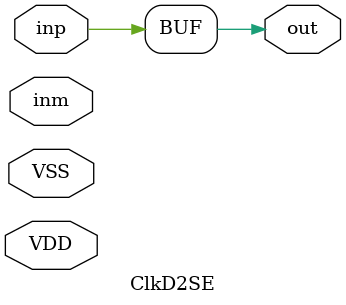
<source format=v>


module ClkDrvD (
	input  inp,
	input  inm,
	output outp,
	output outm,
	inout  VDD,
	inout  VSS);

	assign outp = inp;
	assign outm = inm;

endmodule

module ClkSE2D (
	input  in,
	output outp,
	output outm,
        inout  VDD,
        inout  VSS);

	assign outp = in;
	assign outm = ~in;

endmodule

module ClkD2SE (
	input  inp,
	input  inm,
	output out,
        inout  VDD,
        inout  VSS);

	assign out = inp;

endmodule


</source>
